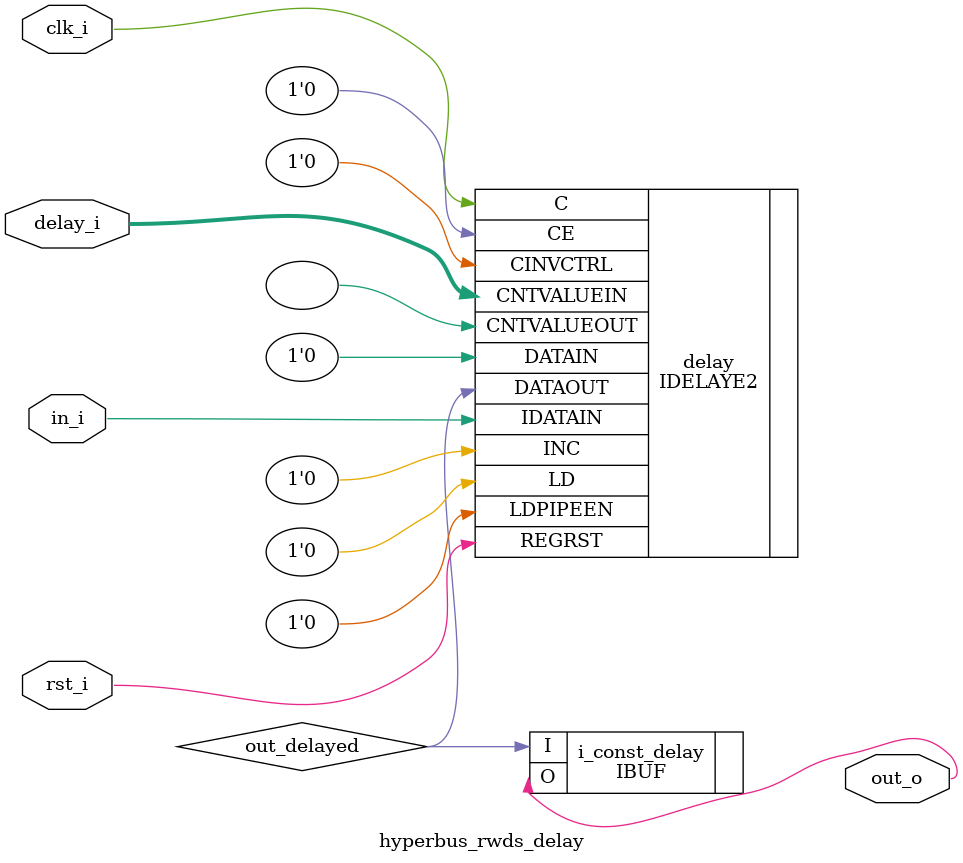
<source format=sv>

(* no_ungroup *)
(* no_boundary_optimization *)
(* keep_hierarchy = "yes" *)
module hyperbus_rwds_delay
(
    input  logic       rst_i,
    input  logic       in_i,
    input  logic       clk_i, // control clock used to load delay_i
    input  logic [4:0] delay_i,
    output logic       out_o
);

    (* dont_touch = "true" *) logic out_delayed;

    // "Xilinx 7 Series FPGA and Zynq-7000 All Programmable SoC Libraries Guide for HDL Designs" - page 194
    // Delay a signal coming in from IOs or delay an internal data signal
    // modes:
    // - FIXED: constant delay value from param
    // - VARIABLE: start with param value then increment/decrement
    // - VAR_LOAD: dynamically load tap values
    // - VAR_LOAD_PIPE: pipelines dynamic load
    IDELAYE2 #(
        .CINVCTRL_SEL          ( "FALSE"    ), // "TRUE" actives CINVCTRL functionality
        .DELAY_SRC             ( "IDATAIN"  ), // source to delay chain ("CLKIN" or "IDATAIN")
        .HIGH_PERFORMANCE_MODE ( "TRUE"     ),  // "TRUE" for less jitter; "FALSE" for low power
        .IDELAY_TYPE           ( "VAR_LOAD" ), // mode of operation, see above
        .IDELAY_VALUE          ( 0          ), // delay value 0-31 (used in "VARIABLE" and "FIXED" mode)
        .PIPE_SEL              ( "FALSE"    ), // "TRUE" activates pipelined operation 
        .REFCLK_FREQUENCY      ( 200.0      ), // used for STA and simulation (190.0 - 310.0 MHz)
        .SIGNAL_PATTERN        ( "CLOCK"    ) // "DATA" or "CLOCK" depending on function, used in STA
    ) delay (
        .REGRST      ( rst_i       ), // input: reset delay tap value to IDELAY_VALUE or CNTVALUEIN
        .C           ( clk_i       ), // input: control input clock
        .DATAIN      ( 1'b0        ), // input: signal from FPGA logic to be delayed
        .IDATAIN     ( in_i        ), // input: signal from IO to be delayed
        .DATAOUT     ( out_delayed ), // output: delayed from DATAIN or IDATAIN (drives ISERDESE2 or logic, not IO!)
        .CE          ( 1'b0        ), // input: increment/decrement enable
        .CINVCTRL    ( 1'b0        ), // input: switch clock polarity during operation (glitches!)
        .CNTVALUEIN  ( delay_i     ), // 5 bit input: delay tap
        .CNTVALUEOUT (             ), // 5 bit output: delay tap
        .LD          ( 1'b0        ), // input: load IDELAY_VALUE param or CNTVALUEIN (depends on IDELAY_TYPE)
        .INC         ( 1'b0        ), // input: increment/decrement delay tap
        .LDPIPEEN    ( 1'b0        ) // input: enable the pipeline register to load data from LD
    );

    (* dont_touch = "true" *) IBUF #(
     .IBUF_LOW_PWR ( "FALSE" )
    ) i_const_delay (
        .I  ( out_delayed ),
        .O  ( out_o )
    );

endmodule

</source>
